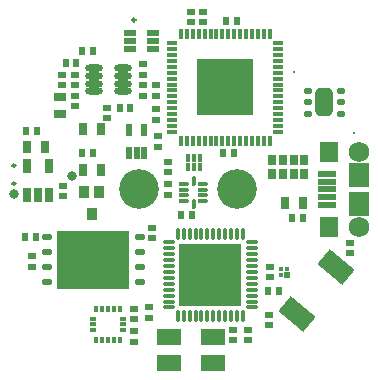
<source format=gts>
%FSLAX24Y24*%
%MOIN*%
G70*
G01*
G75*
G04 Layer_Color=8388736*
%ADD10C,0.0100*%
%ADD11R,0.2362X0.1890*%
%ADD12O,0.0315X0.0157*%
%ADD13O,0.0276X0.0098*%
%ADD14O,0.0098X0.0276*%
%ADD15R,0.0236X0.0157*%
%ADD16R,0.0197X0.0354*%
%ADD17R,0.0157X0.0236*%
%ADD18R,0.0354X0.0197*%
%ADD19R,0.1850X0.1850*%
%ADD20O,0.0110X0.0315*%
%ADD21O,0.0315X0.0110*%
%ADD22R,0.2028X0.2028*%
%ADD23O,0.0110X0.0335*%
%ADD24O,0.0335X0.0110*%
%ADD25O,0.0532X0.0177*%
%ADD26R,0.0532X0.0157*%
%ADD27R,0.0630X0.0748*%
%ADD28R,0.0551X0.0630*%
%ADD29R,0.0217X0.0394*%
%ADD30R,0.0276X0.0354*%
%ADD31R,0.0138X0.0098*%
%ADD32R,0.0098X0.0187*%
%ADD33R,0.0787X0.0472*%
%ADD34R,0.0142X0.0142*%
%ADD35R,0.0110X0.0110*%
G04:AMPARAMS|DCode=36|XSize=59.1mil|YSize=102.4mil|CornerRadius=0mil|HoleSize=0mil|Usage=FLASHONLY|Rotation=230.000|XOffset=0mil|YOffset=0mil|HoleType=Round|Shape=Rectangle|*
%AMROTATEDRECTD36*
4,1,4,-0.0202,0.0555,0.0582,-0.0103,0.0202,-0.0555,-0.0582,0.0103,-0.0202,0.0555,0.0*
%
%ADD36ROTATEDRECTD36*%

%ADD37R,0.0197X0.0315*%
G04:AMPARAMS|DCode=38|XSize=86.6mil|YSize=51.2mil|CornerRadius=12.8mil|HoleSize=0mil|Usage=FLASHONLY|Rotation=270.000|XOffset=0mil|YOffset=0mil|HoleType=Round|Shape=RoundedRectangle|*
%AMROUNDEDRECTD38*
21,1,0.0866,0.0256,0,0,270.0*
21,1,0.0610,0.0512,0,0,270.0*
1,1,0.0256,-0.0128,-0.0305*
1,1,0.0256,-0.0128,0.0305*
1,1,0.0256,0.0128,0.0305*
1,1,0.0256,0.0128,-0.0305*
%
%ADD38ROUNDEDRECTD38*%
G04:AMPARAMS|DCode=39|XSize=15.7mil|YSize=23.6mil|CornerRadius=3.9mil|HoleSize=0mil|Usage=FLASHONLY|Rotation=270.000|XOffset=0mil|YOffset=0mil|HoleType=Round|Shape=RoundedRectangle|*
%AMROUNDEDRECTD39*
21,1,0.0157,0.0157,0,0,270.0*
21,1,0.0079,0.0236,0,0,270.0*
1,1,0.0079,-0.0079,-0.0039*
1,1,0.0079,-0.0079,0.0039*
1,1,0.0079,0.0079,0.0039*
1,1,0.0079,0.0079,-0.0039*
%
%ADD39ROUNDEDRECTD39*%
%ADD40R,0.0118X0.0209*%
%ADD41R,0.0118X0.0193*%
%ADD42R,0.0157X0.0335*%
%ADD43R,0.0335X0.0157*%
%ADD44C,0.0060*%
%ADD45C,0.0050*%
%ADD46C,0.0120*%
%ADD47C,0.0181*%
%ADD48C,0.0080*%
%ADD49C,0.0150*%
%ADD50C,0.1260*%
%ADD51C,0.0630*%
%ADD52C,0.0197*%
%ADD53C,0.0180*%
%ADD54C,0.0260*%
%ADD55C,0.0220*%
%ADD56C,0.0200*%
%ADD57C,0.0276*%
%ADD58O,0.0098X0.0315*%
%ADD59O,0.0315X0.0098*%
%ADD60R,0.1299X0.1299*%
%ADD61R,0.0236X0.0591*%
%ADD62R,0.0591X0.0236*%
%ADD63R,0.0236X0.0610*%
%ADD64R,0.0472X0.0709*%
%ADD65R,0.0512X0.0217*%
%ADD66C,0.0098*%
%ADD67C,0.0079*%
%ADD68C,0.0039*%
%ADD69C,0.0047*%
G04:AMPARAMS|DCode=70|XSize=43.3mil|YSize=55.1mil|CornerRadius=0mil|HoleSize=0mil|Usage=FLASHONLY|Rotation=230.000|XOffset=0mil|YOffset=0mil|HoleType=Round|Shape=Rectangle|*
%AMROTATEDRECTD70*
4,1,4,-0.0072,0.0343,0.0350,-0.0011,0.0072,-0.0343,-0.0350,0.0011,-0.0072,0.0343,0.0*
%
%ADD70ROTATEDRECTD70*%

%ADD71R,0.2422X0.1950*%
%ADD72O,0.0375X0.0217*%
%ADD73O,0.0336X0.0158*%
%ADD74O,0.0158X0.0336*%
%ADD75R,0.0296X0.0217*%
%ADD76R,0.0257X0.0414*%
%ADD77R,0.0217X0.0296*%
%ADD78R,0.0414X0.0257*%
%ADD79R,0.1910X0.1910*%
%ADD80O,0.0165X0.0370*%
%ADD81O,0.0370X0.0165*%
%ADD82R,0.2088X0.2088*%
%ADD83O,0.0165X0.0390*%
%ADD84O,0.0390X0.0165*%
%ADD85O,0.0592X0.0237*%
%ADD86R,0.0610X0.0236*%
%ADD87R,0.0709X0.0827*%
%ADD88R,0.0630X0.0709*%
%ADD89R,0.0277X0.0454*%
%ADD90R,0.0336X0.0414*%
%ADD91R,0.0198X0.0158*%
%ADD92R,0.0158X0.0247*%
%ADD93R,0.0847X0.0532*%
%ADD94R,0.0202X0.0202*%
%ADD95R,0.0170X0.0170*%
G04:AMPARAMS|DCode=96|XSize=65.1mil|YSize=108.4mil|CornerRadius=0mil|HoleSize=0mil|Usage=FLASHONLY|Rotation=230.000|XOffset=0mil|YOffset=0mil|HoleType=Round|Shape=Rectangle|*
%AMROTATEDRECTD96*
4,1,4,-0.0206,0.0597,0.0624,-0.0099,0.0206,-0.0597,-0.0624,0.0099,-0.0206,0.0597,0.0*
%
%ADD96ROTATEDRECTD96*%

%ADD97R,0.0257X0.0375*%
G04:AMPARAMS|DCode=98|XSize=94.5mil|YSize=59.1mil|CornerRadius=16.7mil|HoleSize=0mil|Usage=FLASHONLY|Rotation=270.000|XOffset=0mil|YOffset=0mil|HoleType=Round|Shape=RoundedRectangle|*
%AMROUNDEDRECTD98*
21,1,0.0945,0.0256,0,0,270.0*
21,1,0.0610,0.0591,0,0,270.0*
1,1,0.0335,-0.0128,-0.0305*
1,1,0.0335,-0.0128,0.0305*
1,1,0.0335,0.0128,0.0305*
1,1,0.0335,0.0128,-0.0305*
%
%ADD98ROUNDEDRECTD98*%
G04:AMPARAMS|DCode=99|XSize=21.7mil|YSize=29.6mil|CornerRadius=6.9mil|HoleSize=0mil|Usage=FLASHONLY|Rotation=270.000|XOffset=0mil|YOffset=0mil|HoleType=Round|Shape=RoundedRectangle|*
%AMROUNDEDRECTD99*
21,1,0.0217,0.0157,0,0,270.0*
21,1,0.0079,0.0296,0,0,270.0*
1,1,0.0139,-0.0079,-0.0039*
1,1,0.0139,-0.0079,0.0039*
1,1,0.0139,0.0079,0.0039*
1,1,0.0139,0.0079,-0.0039*
%
%ADD99ROUNDEDRECTD99*%
%ADD100R,0.0178X0.0269*%
%ADD101R,0.0178X0.0253*%
%ADD102R,0.0217X0.0395*%
%ADD103R,0.0395X0.0217*%
%ADD104C,0.1320*%
%ADD105C,0.0690*%
%ADD106R,0.0060X0.0060*%
%ADD107C,0.0320*%
%ADD108C,0.0020*%
D10*
X-1850Y5650D02*
G03*
X-1850Y5650I-50J0D01*
G01*
X-5850Y200D02*
G03*
X-5850Y200I-50J0D01*
G01*
Y800D02*
G03*
X-5850Y800I-50J0D01*
G01*
D71*
X-3250Y-2350D02*
D03*
D72*
X-1695Y-1600D02*
D03*
Y-2100D02*
D03*
Y-2600D02*
D03*
Y-3100D02*
D03*
X-4805D02*
D03*
Y-2600D02*
D03*
Y-2100D02*
D03*
Y-1600D02*
D03*
D73*
X415Y-395D02*
D03*
Y-198D02*
D03*
Y-2D02*
D03*
Y195D02*
D03*
X-215D02*
D03*
Y-2D02*
D03*
Y-198D02*
D03*
Y-395D02*
D03*
D74*
X100Y294D02*
D03*
Y-494D02*
D03*
D75*
X-4250Y127D02*
D03*
Y-227D02*
D03*
X-750Y177D02*
D03*
Y-177D02*
D03*
X-1150Y2677D02*
D03*
Y2323D02*
D03*
X-3850Y2773D02*
D03*
Y3127D02*
D03*
X5300Y-2127D02*
D03*
Y-1773D02*
D03*
X-2800Y2727D02*
D03*
Y2373D02*
D03*
X-1100Y1777D02*
D03*
Y1423D02*
D03*
X-1600Y3477D02*
D03*
Y3123D02*
D03*
X-3850Y3827D02*
D03*
Y3473D02*
D03*
X-1150Y3477D02*
D03*
Y3123D02*
D03*
X-4300Y3827D02*
D03*
Y3473D02*
D03*
X-5300Y-2223D02*
D03*
Y-2577D02*
D03*
X-1300Y-1273D02*
D03*
Y-1627D02*
D03*
X-1900Y-5077D02*
D03*
Y-4723D02*
D03*
X-1400Y-4277D02*
D03*
Y-3923D02*
D03*
X-1900Y-4327D02*
D03*
Y-3973D02*
D03*
X1400Y-4673D02*
D03*
Y-5027D02*
D03*
X1900D02*
D03*
Y-4673D02*
D03*
X2600Y-4527D02*
D03*
Y-4173D02*
D03*
X2650Y-2927D02*
D03*
Y-2573D02*
D03*
X-750Y927D02*
D03*
Y573D02*
D03*
X0Y5573D02*
D03*
Y5927D02*
D03*
X400Y5573D02*
D03*
Y5927D02*
D03*
X-1600Y4177D02*
D03*
Y3823D02*
D03*
D76*
X-5445Y1400D02*
D03*
X-4855D02*
D03*
X3745Y-450D02*
D03*
X3155D02*
D03*
X-3595Y650D02*
D03*
X-3005D02*
D03*
X-3595Y2000D02*
D03*
X-3005D02*
D03*
D77*
X-2377Y2700D02*
D03*
X-2023D02*
D03*
X-3627Y4600D02*
D03*
X-3273D02*
D03*
X-3823Y4200D02*
D03*
X-4177D02*
D03*
X-5527Y-1600D02*
D03*
X-5173D02*
D03*
X2573Y-3400D02*
D03*
X2927D02*
D03*
X3373Y-950D02*
D03*
X3727D02*
D03*
X1073Y1200D02*
D03*
X1427D02*
D03*
X-327Y-850D02*
D03*
X27D02*
D03*
X-3273Y1200D02*
D03*
X-3627D02*
D03*
X-5141Y1940D02*
D03*
X-5496D02*
D03*
X1527Y5600D02*
D03*
X1173D02*
D03*
D78*
X-4350Y3095D02*
D03*
Y2505D02*
D03*
D79*
X1150Y3400D02*
D03*
D80*
X-326Y5172D02*
D03*
X-130D02*
D03*
X67D02*
D03*
X264D02*
D03*
X461D02*
D03*
X658D02*
D03*
X855D02*
D03*
X1052D02*
D03*
X1248D02*
D03*
X1445D02*
D03*
X1642D02*
D03*
X1839D02*
D03*
X2036D02*
D03*
X2233D02*
D03*
X2430D02*
D03*
X2626D02*
D03*
Y1628D02*
D03*
X2430D02*
D03*
X2233D02*
D03*
X2036D02*
D03*
X1839D02*
D03*
X1642D02*
D03*
X1445D02*
D03*
X1248D02*
D03*
X1052D02*
D03*
X855D02*
D03*
X658D02*
D03*
X461D02*
D03*
X264D02*
D03*
X67D02*
D03*
X-130D02*
D03*
X-326D02*
D03*
D81*
X2922Y4876D02*
D03*
Y4680D02*
D03*
Y4483D02*
D03*
Y4286D02*
D03*
Y4089D02*
D03*
Y3892D02*
D03*
Y3695D02*
D03*
Y3498D02*
D03*
Y3302D02*
D03*
Y3105D02*
D03*
Y2908D02*
D03*
Y2711D02*
D03*
Y2514D02*
D03*
Y2317D02*
D03*
Y2120D02*
D03*
Y1924D02*
D03*
X-622D02*
D03*
Y2120D02*
D03*
Y2317D02*
D03*
Y2514D02*
D03*
Y2711D02*
D03*
Y2908D02*
D03*
Y3105D02*
D03*
Y3302D02*
D03*
Y3498D02*
D03*
Y3695D02*
D03*
Y3892D02*
D03*
Y4089D02*
D03*
Y4286D02*
D03*
Y4483D02*
D03*
Y4680D02*
D03*
Y4876D02*
D03*
D82*
X650Y-2850D02*
D03*
D83*
X1733Y-4228D02*
D03*
X1536D02*
D03*
X1339D02*
D03*
X1142D02*
D03*
X945D02*
D03*
X748D02*
D03*
X552D02*
D03*
X355D02*
D03*
X158D02*
D03*
X-39D02*
D03*
X-236D02*
D03*
X-433D02*
D03*
Y-1472D02*
D03*
X-236D02*
D03*
X-39D02*
D03*
X158D02*
D03*
X355D02*
D03*
X552D02*
D03*
X748D02*
D03*
X945D02*
D03*
X1142D02*
D03*
X1339D02*
D03*
X1536D02*
D03*
X1733D02*
D03*
D84*
X-728Y-3933D02*
D03*
Y-3736D02*
D03*
Y-3539D02*
D03*
Y-3342D02*
D03*
Y-3145D02*
D03*
Y-2948D02*
D03*
Y-2752D02*
D03*
Y-2555D02*
D03*
Y-2358D02*
D03*
Y-2161D02*
D03*
Y-1964D02*
D03*
Y-1767D02*
D03*
X2028D02*
D03*
Y-1964D02*
D03*
Y-2161D02*
D03*
Y-2358D02*
D03*
Y-2555D02*
D03*
Y-2752D02*
D03*
Y-2948D02*
D03*
Y-3145D02*
D03*
Y-3342D02*
D03*
Y-3539D02*
D03*
Y-3736D02*
D03*
Y-3933D02*
D03*
D85*
X-2258Y3266D02*
D03*
Y3522D02*
D03*
Y3778D02*
D03*
Y4034D02*
D03*
X-3242Y3266D02*
D03*
Y3522D02*
D03*
Y3778D02*
D03*
Y4034D02*
D03*
D86*
X4547Y-512D02*
D03*
Y-256D02*
D03*
Y512D02*
D03*
Y256D02*
D03*
Y0D02*
D03*
D87*
X5600Y472D02*
D03*
Y-472D02*
D03*
D88*
X4616Y1260D02*
D03*
Y-1260D02*
D03*
D89*
X-5474Y792D02*
D03*
X-4726D02*
D03*
Y-192D02*
D03*
X-5100D02*
D03*
X-5474D02*
D03*
D90*
X-3300Y-824D02*
D03*
X-3556Y-76D02*
D03*
X-3044D02*
D03*
D91*
X-2248Y-4303D02*
D03*
Y-4500D02*
D03*
Y-4697D02*
D03*
X-3252D02*
D03*
Y-4500D02*
D03*
Y-4303D02*
D03*
D92*
X-2356Y-5017D02*
D03*
X-2553D02*
D03*
X-2750D02*
D03*
X-2947D02*
D03*
X-3144D02*
D03*
Y-3983D02*
D03*
X-2947D02*
D03*
X-2750D02*
D03*
X-2553D02*
D03*
X-2356D02*
D03*
D93*
X728Y-4917D02*
D03*
X-728D02*
D03*
Y-5783D02*
D03*
X728D02*
D03*
D94*
X3200Y-2850D02*
D03*
D95*
Y-2650D02*
D03*
X3000D02*
D03*
Y-2850D02*
D03*
D96*
X4837Y-2593D02*
D03*
X3534Y-4146D02*
D03*
D97*
X3781Y986D02*
D03*
X3427D02*
D03*
X3073D02*
D03*
X2718D02*
D03*
Y514D02*
D03*
X3073D02*
D03*
X3427D02*
D03*
X3781D02*
D03*
D98*
X4450Y2900D02*
D03*
D99*
X5001Y3294D02*
D03*
Y2900D02*
D03*
Y2506D02*
D03*
X3899D02*
D03*
Y2900D02*
D03*
Y3294D02*
D03*
D100*
X297Y1040D02*
D03*
D101*
X100Y1048D02*
D03*
X-97D02*
D03*
Y752D02*
D03*
X100D02*
D03*
X297D02*
D03*
D102*
X-2056Y1226D02*
D03*
X-1800D02*
D03*
X-1544D02*
D03*
Y1974D02*
D03*
X-2056D02*
D03*
D103*
X-2024Y4950D02*
D03*
X-1276Y4694D02*
D03*
Y4950D02*
D03*
Y5206D02*
D03*
X-2024D02*
D03*
Y4694D02*
D03*
D104*
X-1734Y0D02*
D03*
X1534D02*
D03*
D105*
X5600Y1250D02*
D03*
Y-1250D02*
D03*
D106*
X3446Y3904D02*
D03*
X5454Y1896D02*
D03*
D107*
X-5900Y-150D02*
D03*
X-3951Y451D02*
D03*
D108*
X-4000Y1600D02*
D03*
X-5100Y200D02*
D03*
X-4550Y1400D02*
D03*
X-4860Y1940D02*
D03*
X2400Y-5300D02*
D03*
X4050Y-2700D02*
D03*
X5050Y-800D02*
D03*
Y500D02*
D03*
M02*

</source>
